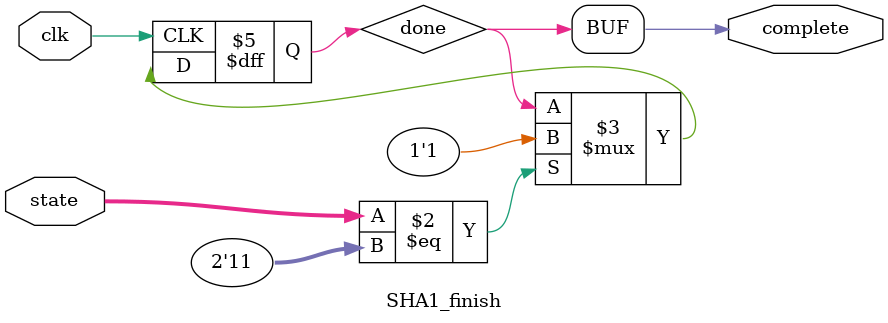
<source format=v>
module SHA1_finish(
				clk,
				state, 
				/*in_h0,
				in_h1,
				in_h2,
				in_h3,
				in_h4,*/
				complete
				//result
);

input clk;
input [1:0] state;
/*
input [31:0] in_h0;
input [31:0] in_h1;
input [31:0] in_h2;
input [31:0] in_h3;
input [31:0] in_h4;*/

output complete;
//output [159:0] result;

reg done;
//reg [159:0] hash = 0;

assign complete = done;
//assign result = hash;

always @(posedge clk)begin
	if(state == 2'b11)begin
		done <= 1;
	end
	
	else begin
	
	end
end
endmodule 
</source>
